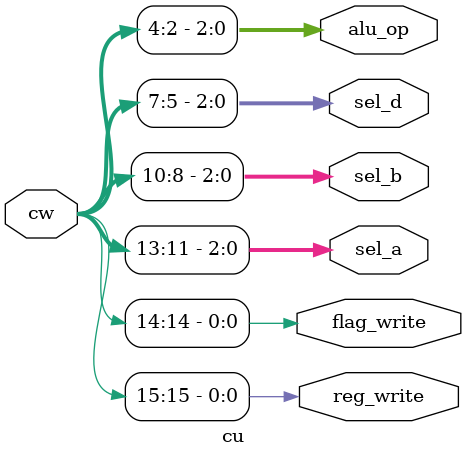
<source format=v>
module cu (
    input [15:0] cw,
    output reg_write,
    output flag_write,
    output [2:0] sel_a,
    output [2:0] sel_b,
    output [2:0] sel_d,
    output [2:0] alu_op
);

    assign reg_write  = cw[15];
    assign flag_write = cw[14];
    assign sel_a      = cw[13:11];
    assign sel_b      = cw[10:8];
    assign sel_d      = cw[7:5];
    assign alu_op     = cw[4:2];

endmodule

</source>
